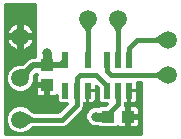
<source format=gbr>
G04 EAGLE Gerber RS-274X export*
G75*
%MOMM*%
%FSLAX34Y34*%
%LPD*%
%INTop Copper*%
%IPPOS*%
%AMOC8*
5,1,8,0,0,1.08239X$1,22.5*%
G01*
%ADD10C,1.500000*%
%ADD11R,1.100000X1.000000*%
%ADD12R,1.000000X1.100000*%
%ADD13R,0.558800X1.320800*%
%ADD14C,0.508000*%
%ADD15C,0.800000*%
%ADD16C,0.800000*%
%ADD17C,0.406400*%
%ADD18C,0.304800*%

G36*
X120026Y3814D02*
X120026Y3814D01*
X120052Y3812D01*
X120199Y3834D01*
X120346Y3851D01*
X120371Y3859D01*
X120397Y3863D01*
X120535Y3918D01*
X120674Y3968D01*
X120696Y3982D01*
X120721Y3992D01*
X120842Y4077D01*
X120967Y4157D01*
X120985Y4176D01*
X121007Y4191D01*
X121106Y4301D01*
X121209Y4408D01*
X121223Y4430D01*
X121240Y4450D01*
X121312Y4580D01*
X121388Y4707D01*
X121396Y4732D01*
X121409Y4755D01*
X121449Y4898D01*
X121494Y5039D01*
X121496Y5065D01*
X121504Y5090D01*
X121523Y5334D01*
X121523Y48396D01*
X121520Y48422D01*
X121522Y48448D01*
X121500Y48595D01*
X121483Y48742D01*
X121475Y48767D01*
X121471Y48793D01*
X121416Y48931D01*
X121366Y49070D01*
X121352Y49092D01*
X121342Y49117D01*
X121257Y49238D01*
X121177Y49363D01*
X121158Y49381D01*
X121143Y49403D01*
X121033Y49502D01*
X120926Y49605D01*
X120904Y49619D01*
X120884Y49636D01*
X120754Y49708D01*
X120627Y49784D01*
X120602Y49792D01*
X120579Y49805D01*
X120436Y49845D01*
X120295Y49890D01*
X120269Y49892D01*
X120244Y49900D01*
X120000Y49919D01*
X116764Y49919D01*
X116738Y49916D01*
X116712Y49918D01*
X116565Y49896D01*
X116418Y49879D01*
X116393Y49871D01*
X116367Y49867D01*
X116229Y49812D01*
X116090Y49762D01*
X116068Y49748D01*
X116043Y49738D01*
X115922Y49653D01*
X115797Y49573D01*
X115779Y49554D01*
X115757Y49539D01*
X115658Y49429D01*
X115555Y49322D01*
X115541Y49300D01*
X115524Y49280D01*
X115452Y49150D01*
X115376Y49023D01*
X115368Y48998D01*
X115355Y48975D01*
X115315Y48832D01*
X115270Y48691D01*
X115268Y48665D01*
X115260Y48640D01*
X115241Y48396D01*
X115241Y43569D01*
X109398Y43569D01*
X109372Y43566D01*
X109346Y43568D01*
X109199Y43546D01*
X109052Y43530D01*
X109027Y43521D01*
X109001Y43517D01*
X108864Y43462D01*
X108724Y43412D01*
X108702Y43398D01*
X108678Y43388D01*
X108556Y43304D01*
X108431Y43223D01*
X108413Y43204D01*
X108391Y43189D01*
X108292Y43079D01*
X108189Y42972D01*
X108175Y42949D01*
X108157Y42930D01*
X108086Y42800D01*
X108010Y42673D01*
X108002Y42648D01*
X107989Y42625D01*
X107949Y42482D01*
X107903Y42341D01*
X107901Y42315D01*
X107894Y42289D01*
X107875Y42046D01*
X107875Y32393D01*
X106604Y32393D01*
X106578Y32390D01*
X106552Y32392D01*
X106405Y32370D01*
X106258Y32353D01*
X106233Y32345D01*
X106207Y32341D01*
X106069Y32286D01*
X105930Y32236D01*
X105908Y32222D01*
X105883Y32212D01*
X105762Y32127D01*
X105637Y32047D01*
X105619Y32028D01*
X105597Y32013D01*
X105498Y31903D01*
X105395Y31796D01*
X105381Y31774D01*
X105364Y31754D01*
X105292Y31624D01*
X105216Y31497D01*
X105208Y31472D01*
X105195Y31449D01*
X105155Y31306D01*
X105110Y31165D01*
X105108Y31139D01*
X105100Y31114D01*
X105081Y30870D01*
X105081Y29572D01*
X105084Y29546D01*
X105082Y29520D01*
X105104Y29373D01*
X105121Y29226D01*
X105129Y29201D01*
X105133Y29175D01*
X105188Y29037D01*
X105238Y28898D01*
X105252Y28876D01*
X105262Y28851D01*
X105347Y28730D01*
X105427Y28605D01*
X105446Y28587D01*
X105461Y28565D01*
X105571Y28466D01*
X105678Y28363D01*
X105700Y28349D01*
X105720Y28332D01*
X105850Y28260D01*
X105977Y28184D01*
X106001Y28176D01*
X106001Y20976D01*
X106004Y20950D01*
X106002Y20924D01*
X106024Y20777D01*
X106041Y20630D01*
X106049Y20605D01*
X106053Y20579D01*
X106108Y20442D01*
X106158Y20302D01*
X106172Y20280D01*
X106182Y20255D01*
X106267Y20134D01*
X106347Y20009D01*
X106360Y19997D01*
X106315Y19950D01*
X106301Y19927D01*
X106284Y19908D01*
X106212Y19778D01*
X106136Y19651D01*
X106128Y19626D01*
X106115Y19603D01*
X106075Y19460D01*
X106030Y19319D01*
X106027Y19293D01*
X106020Y19268D01*
X106001Y19024D01*
X106001Y11951D01*
X102599Y11951D01*
X101823Y12159D01*
X101128Y12560D01*
X101077Y12611D01*
X101057Y12628D01*
X101040Y12648D01*
X100920Y12736D01*
X100804Y12828D01*
X100780Y12839D01*
X100759Y12855D01*
X100623Y12913D01*
X100489Y12977D01*
X100463Y12982D01*
X100439Y12993D01*
X100293Y13019D01*
X100148Y13050D01*
X100122Y13050D01*
X100096Y13054D01*
X99948Y13047D01*
X99800Y13044D01*
X99774Y13038D01*
X99748Y13037D01*
X99606Y12996D01*
X99462Y12959D01*
X99438Y12947D01*
X99413Y12940D01*
X99284Y12868D01*
X99152Y12800D01*
X99132Y12783D01*
X99109Y12770D01*
X98923Y12611D01*
X98263Y11951D01*
X84737Y11951D01*
X84183Y12505D01*
X84084Y12584D01*
X83990Y12668D01*
X83948Y12692D01*
X83910Y12722D01*
X83796Y12776D01*
X83685Y12837D01*
X83639Y12850D01*
X83595Y12871D01*
X83472Y12897D01*
X83350Y12932D01*
X83289Y12937D01*
X83255Y12944D01*
X83207Y12943D01*
X83106Y12951D01*
X79848Y12951D01*
X77257Y14024D01*
X75274Y16007D01*
X74201Y18598D01*
X74201Y21402D01*
X75274Y23993D01*
X77257Y25976D01*
X79848Y27049D01*
X83106Y27049D01*
X83232Y27063D01*
X83358Y27070D01*
X83404Y27083D01*
X83452Y27089D01*
X83572Y27131D01*
X83693Y27166D01*
X83735Y27190D01*
X83781Y27206D01*
X83887Y27275D01*
X83997Y27336D01*
X84043Y27376D01*
X84073Y27395D01*
X84107Y27430D01*
X84183Y27495D01*
X84737Y28049D01*
X89483Y28049D01*
X89608Y28063D01*
X89734Y28070D01*
X89781Y28083D01*
X89829Y28089D01*
X89948Y28131D01*
X90069Y28166D01*
X90111Y28190D01*
X90157Y28206D01*
X90263Y28275D01*
X90373Y28336D01*
X90420Y28376D01*
X90450Y28395D01*
X90483Y28430D01*
X90560Y28495D01*
X91858Y29793D01*
X91920Y29872D01*
X91990Y29944D01*
X92028Y30008D01*
X92074Y30066D01*
X92117Y30157D01*
X92169Y30243D01*
X92191Y30314D01*
X92223Y30381D01*
X92244Y30479D01*
X92275Y30575D01*
X92281Y30649D01*
X92297Y30722D01*
X92295Y30822D01*
X92303Y30922D01*
X92292Y30996D01*
X92291Y31070D01*
X92266Y31167D01*
X92251Y31267D01*
X92224Y31336D01*
X92206Y31408D01*
X92160Y31497D01*
X92123Y31591D01*
X92080Y31652D01*
X92046Y31718D01*
X91981Y31794D01*
X91924Y31877D01*
X91868Y31927D01*
X91820Y31983D01*
X91739Y32043D01*
X91665Y32110D01*
X91600Y32146D01*
X91540Y32191D01*
X91448Y32230D01*
X91360Y32279D01*
X91288Y32299D01*
X91220Y32329D01*
X91121Y32346D01*
X91024Y32374D01*
X90924Y32382D01*
X90877Y32390D01*
X90841Y32388D01*
X90781Y32393D01*
X86545Y32393D01*
X84759Y34179D01*
X84759Y43823D01*
X84745Y43948D01*
X84738Y44074D01*
X84725Y44121D01*
X84719Y44169D01*
X84677Y44288D01*
X84642Y44409D01*
X84618Y44451D01*
X84602Y44497D01*
X84533Y44603D01*
X84472Y44713D01*
X84432Y44760D01*
X84413Y44790D01*
X84378Y44823D01*
X84313Y44900D01*
X82841Y46372D01*
X82763Y46434D01*
X82690Y46504D01*
X82626Y46542D01*
X82568Y46588D01*
X82477Y46631D01*
X82391Y46683D01*
X82320Y46705D01*
X82253Y46737D01*
X82155Y46758D01*
X82059Y46789D01*
X81985Y46795D01*
X81912Y46811D01*
X81812Y46809D01*
X81712Y46817D01*
X81638Y46806D01*
X81564Y46805D01*
X81467Y46780D01*
X81367Y46765D01*
X81298Y46738D01*
X81226Y46720D01*
X81136Y46674D01*
X81043Y46637D01*
X80982Y46594D01*
X80916Y46560D01*
X80839Y46495D01*
X80757Y46438D01*
X80707Y46382D01*
X80651Y46334D01*
X80591Y46253D01*
X80524Y46179D01*
X80488Y46114D01*
X80443Y46054D01*
X80404Y45962D01*
X80355Y45874D01*
X80335Y45802D01*
X80305Y45734D01*
X80288Y45635D01*
X80260Y45538D01*
X80252Y45438D01*
X80244Y45391D01*
X80246Y45355D01*
X80241Y45295D01*
X80241Y43569D01*
X74398Y43569D01*
X74372Y43566D01*
X74346Y43568D01*
X74199Y43546D01*
X74052Y43530D01*
X74027Y43521D01*
X74001Y43517D01*
X73864Y43462D01*
X73724Y43412D01*
X73702Y43398D01*
X73678Y43388D01*
X73556Y43304D01*
X73431Y43223D01*
X73413Y43204D01*
X73391Y43189D01*
X73292Y43079D01*
X73189Y42972D01*
X73175Y42949D01*
X73157Y42930D01*
X73086Y42800D01*
X73010Y42673D01*
X73002Y42648D01*
X72989Y42625D01*
X72949Y42482D01*
X72903Y42341D01*
X72901Y42315D01*
X72894Y42289D01*
X72875Y42046D01*
X72875Y32393D01*
X71604Y32393D01*
X71578Y32390D01*
X71552Y32392D01*
X71405Y32370D01*
X71258Y32353D01*
X71233Y32345D01*
X71207Y32341D01*
X71069Y32286D01*
X70930Y32236D01*
X70908Y32222D01*
X70883Y32212D01*
X70762Y32127D01*
X70637Y32047D01*
X70619Y32028D01*
X70597Y32013D01*
X70498Y31903D01*
X70395Y31796D01*
X70381Y31774D01*
X70364Y31754D01*
X70292Y31624D01*
X70216Y31497D01*
X70208Y31472D01*
X70195Y31449D01*
X70155Y31306D01*
X70110Y31165D01*
X70108Y31139D01*
X70100Y31114D01*
X70081Y30870D01*
X70081Y28535D01*
X69307Y26668D01*
X55832Y13193D01*
X53965Y12419D01*
X28131Y12419D01*
X28088Y12414D01*
X28046Y12417D01*
X27916Y12394D01*
X27785Y12379D01*
X27744Y12365D01*
X27702Y12358D01*
X27581Y12306D01*
X27457Y12262D01*
X27421Y12239D01*
X27381Y12222D01*
X27179Y12085D01*
X26363Y11431D01*
X26327Y11396D01*
X26238Y11319D01*
X23475Y8557D01*
X19598Y6951D01*
X15402Y6951D01*
X11525Y8557D01*
X8557Y11525D01*
X6951Y15402D01*
X6951Y19598D01*
X8557Y23475D01*
X11525Y26443D01*
X15402Y28049D01*
X19598Y28049D01*
X23475Y26443D01*
X26238Y23681D01*
X26277Y23650D01*
X26363Y23569D01*
X27179Y22915D01*
X27215Y22892D01*
X27247Y22864D01*
X27362Y22800D01*
X27474Y22730D01*
X27514Y22716D01*
X27552Y22695D01*
X27679Y22659D01*
X27803Y22616D01*
X27846Y22612D01*
X27887Y22600D01*
X28131Y22581D01*
X50219Y22581D01*
X50344Y22595D01*
X50470Y22602D01*
X50517Y22615D01*
X50565Y22621D01*
X50684Y22663D01*
X50805Y22698D01*
X50847Y22722D01*
X50893Y22738D01*
X50999Y22807D01*
X51109Y22868D01*
X51156Y22908D01*
X51186Y22927D01*
X51219Y22962D01*
X51296Y23027D01*
X58062Y29793D01*
X58124Y29871D01*
X58194Y29944D01*
X58232Y30008D01*
X58278Y30066D01*
X58321Y30157D01*
X58373Y30243D01*
X58395Y30314D01*
X58427Y30381D01*
X58448Y30479D01*
X58479Y30575D01*
X58485Y30649D01*
X58501Y30722D01*
X58499Y30822D01*
X58507Y30922D01*
X58496Y30996D01*
X58495Y31070D01*
X58470Y31167D01*
X58455Y31267D01*
X58428Y31336D01*
X58410Y31408D01*
X58364Y31498D01*
X58327Y31591D01*
X58284Y31652D01*
X58250Y31718D01*
X58185Y31795D01*
X58128Y31877D01*
X58072Y31927D01*
X58024Y31983D01*
X57943Y32043D01*
X57869Y32110D01*
X57804Y32146D01*
X57744Y32191D01*
X57652Y32230D01*
X57564Y32279D01*
X57492Y32299D01*
X57424Y32329D01*
X57325Y32346D01*
X57228Y32374D01*
X57128Y32382D01*
X57081Y32390D01*
X57045Y32388D01*
X56985Y32393D01*
X51545Y32393D01*
X49759Y34179D01*
X49759Y37770D01*
X49748Y37870D01*
X49746Y37970D01*
X49728Y38043D01*
X49719Y38116D01*
X49686Y38211D01*
X49661Y38308D01*
X49627Y38374D01*
X49602Y38445D01*
X49547Y38529D01*
X49501Y38618D01*
X49453Y38675D01*
X49413Y38737D01*
X49341Y38807D01*
X49276Y38884D01*
X49216Y38928D01*
X49162Y38980D01*
X49076Y39031D01*
X48995Y39091D01*
X48927Y39120D01*
X48863Y39158D01*
X48768Y39189D01*
X48675Y39229D01*
X48602Y39242D01*
X48531Y39265D01*
X48431Y39273D01*
X48332Y39290D01*
X48258Y39287D01*
X48184Y39293D01*
X48085Y39278D01*
X47984Y39273D01*
X47913Y39252D01*
X47839Y39241D01*
X47746Y39204D01*
X47649Y39176D01*
X47584Y39140D01*
X47515Y39112D01*
X47433Y39055D01*
X47345Y39006D01*
X47269Y38941D01*
X47229Y38913D01*
X47205Y38887D01*
X47159Y38847D01*
X46872Y38560D01*
X46177Y38159D01*
X45401Y37951D01*
X42499Y37951D01*
X42499Y45524D01*
X42496Y45550D01*
X42498Y45576D01*
X42476Y45723D01*
X42459Y45870D01*
X42451Y45895D01*
X42447Y45921D01*
X42392Y46058D01*
X42342Y46198D01*
X42328Y46220D01*
X42318Y46245D01*
X42233Y46366D01*
X42153Y46491D01*
X42134Y46509D01*
X42119Y46531D01*
X42009Y46630D01*
X41902Y46733D01*
X41880Y46747D01*
X41860Y46764D01*
X41730Y46836D01*
X41603Y46912D01*
X41578Y46920D01*
X41555Y46933D01*
X41412Y46973D01*
X41271Y47018D01*
X41245Y47020D01*
X41220Y47027D01*
X40976Y47047D01*
X40547Y47047D01*
X40547Y47476D01*
X40544Y47502D01*
X40546Y47528D01*
X40524Y47675D01*
X40507Y47822D01*
X40498Y47847D01*
X40494Y47873D01*
X40440Y48011D01*
X40390Y48150D01*
X40375Y48172D01*
X40366Y48197D01*
X40281Y48318D01*
X40201Y48443D01*
X40182Y48461D01*
X40167Y48483D01*
X40057Y48582D01*
X39950Y48685D01*
X39927Y48699D01*
X39908Y48716D01*
X39778Y48788D01*
X39651Y48864D01*
X39626Y48872D01*
X39603Y48885D01*
X39460Y48925D01*
X39319Y48970D01*
X39293Y48972D01*
X39268Y48980D01*
X39024Y48999D01*
X31951Y48999D01*
X31951Y52401D01*
X32159Y53177D01*
X32560Y53872D01*
X32611Y53923D01*
X32674Y54002D01*
X32744Y54074D01*
X32757Y54096D01*
X32775Y54116D01*
X32798Y54158D01*
X32828Y54196D01*
X32871Y54287D01*
X32922Y54373D01*
X32930Y54398D01*
X32943Y54421D01*
X32956Y54467D01*
X32977Y54511D01*
X32998Y54609D01*
X33029Y54705D01*
X33031Y54731D01*
X33038Y54756D01*
X33043Y54817D01*
X33050Y54852D01*
X33049Y54900D01*
X33057Y55000D01*
X33054Y55026D01*
X33057Y55052D01*
X33046Y55126D01*
X33044Y55200D01*
X33026Y55272D01*
X33018Y55346D01*
X33009Y55371D01*
X33005Y55397D01*
X32977Y55466D01*
X32959Y55538D01*
X32925Y55604D01*
X32900Y55674D01*
X32886Y55696D01*
X32876Y55721D01*
X32834Y55782D01*
X32800Y55848D01*
X32752Y55904D01*
X32711Y55967D01*
X32692Y55985D01*
X32677Y56007D01*
X32622Y56057D01*
X32574Y56113D01*
X32514Y56157D01*
X32460Y56209D01*
X32438Y56223D01*
X32418Y56240D01*
X32353Y56276D01*
X32294Y56320D01*
X32225Y56350D01*
X32161Y56388D01*
X32136Y56396D01*
X32113Y56409D01*
X32042Y56429D01*
X31974Y56458D01*
X31901Y56472D01*
X31829Y56494D01*
X31803Y56496D01*
X31778Y56504D01*
X31678Y56512D01*
X31631Y56520D01*
X31595Y56518D01*
X31534Y56523D01*
X30057Y56523D01*
X29931Y56509D01*
X29805Y56502D01*
X29759Y56489D01*
X29711Y56483D01*
X29592Y56441D01*
X29470Y56406D01*
X29428Y56382D01*
X29383Y56366D01*
X29276Y56297D01*
X29166Y56236D01*
X29120Y56196D01*
X29090Y56177D01*
X29056Y56142D01*
X28980Y56077D01*
X28495Y55592D01*
X28416Y55493D01*
X28332Y55399D01*
X28308Y55357D01*
X28278Y55319D01*
X28224Y55205D01*
X28163Y55094D01*
X28150Y55048D01*
X28129Y55004D01*
X28103Y54880D01*
X28068Y54759D01*
X28063Y54698D01*
X28056Y54663D01*
X28057Y54615D01*
X28049Y54515D01*
X28049Y50402D01*
X26443Y46525D01*
X23475Y43557D01*
X19598Y41951D01*
X15402Y41951D01*
X11525Y43557D01*
X8557Y46525D01*
X6951Y50402D01*
X6951Y54598D01*
X8557Y58475D01*
X11525Y61443D01*
X15402Y63049D01*
X19513Y63049D01*
X19639Y63063D01*
X19765Y63070D01*
X19812Y63083D01*
X19859Y63089D01*
X19978Y63131D01*
X20100Y63166D01*
X20142Y63190D01*
X20188Y63206D01*
X20294Y63275D01*
X20404Y63336D01*
X20450Y63376D01*
X20480Y63395D01*
X20514Y63430D01*
X20590Y63495D01*
X23546Y66451D01*
X23547Y66452D01*
X24786Y67691D01*
X25333Y68238D01*
X26600Y68763D01*
X27387Y69089D01*
X28503Y69089D01*
X29912Y69089D01*
X29913Y69089D01*
X30000Y69089D01*
X30026Y69092D01*
X30052Y69090D01*
X30199Y69112D01*
X30346Y69129D01*
X30371Y69137D01*
X30397Y69141D01*
X30535Y69196D01*
X30674Y69246D01*
X30696Y69260D01*
X30721Y69270D01*
X30842Y69355D01*
X30967Y69435D01*
X30985Y69454D01*
X31007Y69469D01*
X31106Y69579D01*
X31209Y69686D01*
X31223Y69708D01*
X31240Y69728D01*
X31312Y69858D01*
X31388Y69985D01*
X31396Y70010D01*
X31409Y70033D01*
X31449Y70176D01*
X31494Y70317D01*
X31496Y70343D01*
X31504Y70368D01*
X31523Y70612D01*
X31523Y114666D01*
X31520Y114692D01*
X31522Y114718D01*
X31500Y114865D01*
X31483Y115012D01*
X31475Y115037D01*
X31471Y115063D01*
X31416Y115201D01*
X31366Y115340D01*
X31352Y115362D01*
X31342Y115387D01*
X31257Y115508D01*
X31177Y115633D01*
X31158Y115651D01*
X31143Y115673D01*
X31033Y115772D01*
X30926Y115875D01*
X30904Y115889D01*
X30884Y115906D01*
X30754Y115978D01*
X30627Y116054D01*
X30602Y116062D01*
X30579Y116075D01*
X30436Y116115D01*
X30295Y116160D01*
X30269Y116162D01*
X30244Y116170D01*
X30000Y116189D01*
X5334Y116189D01*
X5308Y116186D01*
X5282Y116188D01*
X5135Y116166D01*
X4988Y116149D01*
X4963Y116141D01*
X4937Y116137D01*
X4799Y116082D01*
X4660Y116032D01*
X4638Y116018D01*
X4613Y116008D01*
X4492Y115923D01*
X4367Y115843D01*
X4349Y115824D01*
X4327Y115809D01*
X4228Y115699D01*
X4125Y115592D01*
X4111Y115570D01*
X4094Y115550D01*
X4022Y115420D01*
X3946Y115293D01*
X3938Y115268D01*
X3925Y115245D01*
X3885Y115102D01*
X3840Y114961D01*
X3838Y114935D01*
X3830Y114910D01*
X3811Y114666D01*
X3811Y5334D01*
X3814Y5308D01*
X3812Y5282D01*
X3834Y5135D01*
X3851Y4988D01*
X3859Y4963D01*
X3863Y4937D01*
X3918Y4799D01*
X3968Y4660D01*
X3982Y4638D01*
X3992Y4613D01*
X4077Y4492D01*
X4157Y4367D01*
X4176Y4349D01*
X4191Y4327D01*
X4301Y4228D01*
X4408Y4125D01*
X4430Y4111D01*
X4450Y4094D01*
X4580Y4022D01*
X4707Y3946D01*
X4732Y3938D01*
X4755Y3925D01*
X4898Y3885D01*
X5039Y3840D01*
X5065Y3838D01*
X5090Y3830D01*
X5334Y3811D01*
X120000Y3811D01*
X120026Y3814D01*
G37*
%LPC*%
G36*
X20547Y90547D02*
X20547Y90547D01*
X20547Y97602D01*
X21549Y97276D01*
X23029Y96522D01*
X24372Y95546D01*
X25546Y94372D01*
X26522Y93029D01*
X27276Y91549D01*
X27602Y90547D01*
X20547Y90547D01*
G37*
%LPD*%
%LPC*%
G36*
X7398Y90547D02*
X7398Y90547D01*
X7724Y91549D01*
X8478Y93029D01*
X9454Y94372D01*
X10628Y95546D01*
X11971Y96522D01*
X13451Y97276D01*
X14453Y97602D01*
X14453Y90547D01*
X7398Y90547D01*
G37*
%LPD*%
%LPC*%
G36*
X20547Y84453D02*
X20547Y84453D01*
X27602Y84453D01*
X27276Y83451D01*
X26522Y81971D01*
X25546Y80628D01*
X24372Y79454D01*
X23029Y78478D01*
X21549Y77724D01*
X20547Y77398D01*
X20547Y84453D01*
G37*
%LPD*%
%LPC*%
G36*
X13451Y77724D02*
X13451Y77724D01*
X11971Y78478D01*
X10628Y79454D01*
X9454Y80628D01*
X8478Y81971D01*
X7724Y83451D01*
X7398Y84453D01*
X14453Y84453D01*
X14453Y77398D01*
X13451Y77724D01*
G37*
%LPD*%
%LPC*%
G36*
X110921Y32393D02*
X110921Y32393D01*
X110921Y40523D01*
X115241Y40523D01*
X115241Y35041D01*
X115033Y34265D01*
X114632Y33570D01*
X114064Y33002D01*
X113369Y32601D01*
X112593Y32393D01*
X110921Y32393D01*
G37*
%LPD*%
%LPC*%
G36*
X75921Y32393D02*
X75921Y32393D01*
X75921Y40523D01*
X80241Y40523D01*
X80241Y35041D01*
X80033Y34265D01*
X79632Y33570D01*
X79064Y33002D01*
X78369Y32601D01*
X77593Y32393D01*
X75921Y32393D01*
G37*
%LPD*%
%LPC*%
G36*
X110999Y22499D02*
X110999Y22499D01*
X110999Y28049D01*
X114401Y28049D01*
X115177Y27841D01*
X115872Y27440D01*
X116440Y26872D01*
X116841Y26177D01*
X117049Y25401D01*
X117049Y22499D01*
X110999Y22499D01*
G37*
%LPD*%
%LPC*%
G36*
X110999Y11951D02*
X110999Y11951D01*
X110999Y17501D01*
X117049Y17501D01*
X117049Y14599D01*
X116841Y13823D01*
X116440Y13128D01*
X115872Y12560D01*
X115177Y12159D01*
X114401Y11951D01*
X110999Y11951D01*
G37*
%LPD*%
%LPC*%
G36*
X34599Y37951D02*
X34599Y37951D01*
X33823Y38159D01*
X33128Y38560D01*
X32560Y39128D01*
X32159Y39823D01*
X31951Y40599D01*
X31951Y44001D01*
X37501Y44001D01*
X37501Y37951D01*
X34599Y37951D01*
G37*
%LPD*%
%LPC*%
G36*
X17499Y87499D02*
X17499Y87499D01*
X17499Y87501D01*
X17501Y87501D01*
X17501Y87499D01*
X17499Y87499D01*
G37*
%LPD*%
D10*
X17500Y52500D03*
D11*
X91500Y20000D03*
X108500Y20000D03*
D12*
X40000Y46500D03*
X40000Y63500D03*
D10*
X100000Y102500D03*
X142500Y55000D03*
X17500Y87500D03*
X142500Y85000D03*
D13*
X55602Y42046D03*
X65000Y42046D03*
X74398Y42046D03*
X74398Y67954D03*
X55602Y67954D03*
X90602Y42046D03*
X100000Y42046D03*
X109398Y42046D03*
X109398Y67954D03*
X90602Y67954D03*
X100000Y67954D03*
D10*
X17500Y17500D03*
X74398Y102500D03*
D14*
X28499Y63500D02*
X17500Y52500D01*
X28499Y63500D02*
X40000Y63500D01*
X55602Y67602D02*
X55602Y67954D01*
X55602Y67602D02*
X51500Y63500D01*
X40000Y63500D01*
D15*
X40000Y73750D01*
D16*
X40000Y73750D03*
X81250Y20000D03*
D15*
X91500Y20000D01*
D17*
X100000Y30750D02*
X100000Y42046D01*
X100000Y30750D02*
X91500Y22250D01*
X91500Y20000D01*
D18*
X23126Y53449D02*
X23139Y53851D01*
X23163Y54253D01*
X23195Y54654D01*
X23237Y55055D01*
X23288Y55454D01*
X23349Y55852D01*
X23419Y56249D01*
X23498Y56644D01*
X23586Y57037D01*
X23683Y57427D01*
X23789Y57816D01*
X23905Y58201D01*
X24029Y58584D01*
X24162Y58964D01*
X24304Y59341D01*
X23126Y53449D02*
X18412Y58163D01*
X18815Y58176D01*
X19217Y58200D01*
X19618Y58232D01*
X20019Y58274D01*
X20418Y58325D01*
X20816Y58386D01*
X21213Y58456D01*
X21607Y58535D01*
X22000Y58623D01*
X22391Y58720D01*
X22779Y58826D01*
X23165Y58942D01*
X23548Y59066D01*
X23928Y59199D01*
X24305Y59341D01*
D17*
X65000Y42046D02*
X65000Y29546D01*
X52954Y17500D01*
X17500Y17500D01*
X65000Y42046D02*
X65000Y52500D01*
X67500Y55000D01*
X90602Y45796D02*
X90602Y42046D01*
X90602Y45796D02*
X81398Y55000D01*
X67500Y55000D01*
D18*
X27500Y17500D02*
X27133Y17334D01*
X26770Y17159D01*
X26411Y16976D01*
X26057Y16785D01*
X25707Y16586D01*
X25362Y16378D01*
X25022Y16163D01*
X24687Y15939D01*
X24357Y15708D01*
X24033Y15470D01*
X23715Y15223D01*
X23402Y14970D01*
X23095Y14709D01*
X22794Y14441D01*
X22500Y14167D01*
X22500Y20833D01*
X22794Y20559D01*
X23095Y20291D01*
X23402Y20030D01*
X23715Y19777D01*
X24033Y19530D01*
X24357Y19292D01*
X24687Y19061D01*
X25022Y18837D01*
X25362Y18622D01*
X25707Y18414D01*
X26057Y18215D01*
X26411Y18024D01*
X26770Y17841D01*
X27133Y17666D01*
X27500Y17500D01*
D17*
X94352Y55000D02*
X142500Y55000D01*
X90602Y58750D02*
X90602Y67954D01*
X90602Y58750D02*
X94352Y55000D01*
D18*
X132500Y55000D02*
X132867Y55166D01*
X133230Y55341D01*
X133589Y55524D01*
X133943Y55715D01*
X134293Y55914D01*
X134638Y56122D01*
X134978Y56337D01*
X135313Y56561D01*
X135643Y56792D01*
X135967Y57030D01*
X136285Y57277D01*
X136598Y57530D01*
X136905Y57791D01*
X137206Y58059D01*
X137500Y58333D01*
X137500Y51667D01*
X137206Y51941D01*
X136905Y52209D01*
X136598Y52470D01*
X136285Y52723D01*
X135967Y52970D01*
X135643Y53208D01*
X135313Y53439D01*
X134978Y53663D01*
X134638Y53878D01*
X134293Y54086D01*
X133943Y54285D01*
X133589Y54476D01*
X133230Y54659D01*
X132867Y54834D01*
X132500Y55000D01*
D17*
X142500Y85000D02*
X116250Y85000D01*
X109398Y78148D01*
X109398Y67954D01*
D18*
X132500Y85000D02*
X132867Y85166D01*
X133230Y85341D01*
X133589Y85524D01*
X133943Y85715D01*
X134293Y85914D01*
X134638Y86122D01*
X134978Y86337D01*
X135313Y86561D01*
X135643Y86792D01*
X135967Y87030D01*
X136285Y87277D01*
X136598Y87530D01*
X136905Y87791D01*
X137206Y88059D01*
X137500Y88333D01*
X137500Y81667D01*
X137206Y81941D01*
X136905Y82209D01*
X136598Y82470D01*
X136285Y82723D01*
X135967Y82970D01*
X135643Y83208D01*
X135313Y83439D01*
X134978Y83663D01*
X134638Y83878D01*
X134293Y84086D01*
X133943Y84285D01*
X133589Y84476D01*
X133230Y84659D01*
X132867Y84834D01*
X132500Y85000D01*
D14*
X74398Y101852D02*
X74398Y102500D01*
D17*
X74398Y101852D02*
X74398Y67954D01*
D18*
X74405Y92565D02*
X74241Y92927D01*
X74068Y93285D01*
X73888Y93639D01*
X73699Y93989D01*
X73502Y94334D01*
X73297Y94675D01*
X73085Y95010D01*
X72864Y95341D01*
X72636Y95667D01*
X72400Y95987D01*
X72157Y96301D01*
X71907Y96610D01*
X71650Y96913D01*
X71385Y97210D01*
X71114Y97500D01*
X77695Y97500D01*
X77424Y97210D01*
X77159Y96913D01*
X76902Y96610D01*
X76652Y96301D01*
X76409Y95987D01*
X76173Y95667D01*
X75945Y95341D01*
X75724Y95010D01*
X75512Y94675D01*
X75307Y94334D01*
X75110Y93989D01*
X74921Y93639D01*
X74741Y93285D01*
X74568Y92927D01*
X74404Y92565D01*
D17*
X100000Y102500D02*
X100000Y67954D01*
D18*
X100000Y92500D02*
X99834Y92867D01*
X99659Y93230D01*
X99476Y93589D01*
X99285Y93943D01*
X99086Y94293D01*
X98878Y94638D01*
X98663Y94978D01*
X98439Y95313D01*
X98208Y95643D01*
X97970Y95967D01*
X97723Y96285D01*
X97470Y96598D01*
X97209Y96905D01*
X96941Y97206D01*
X96667Y97500D01*
X103333Y97500D01*
X103059Y97206D01*
X102791Y96905D01*
X102530Y96598D01*
X102277Y96285D01*
X102030Y95967D01*
X101792Y95643D01*
X101561Y95313D01*
X101337Y94978D01*
X101122Y94638D01*
X100914Y94293D01*
X100715Y93943D01*
X100524Y93589D01*
X100341Y93230D01*
X100166Y92867D01*
X100000Y92500D01*
D16*
X10000Y40000D03*
X25000Y40000D03*
X73750Y10000D03*
X60000Y10000D03*
X10000Y110000D03*
X25000Y110000D03*
M02*

</source>
